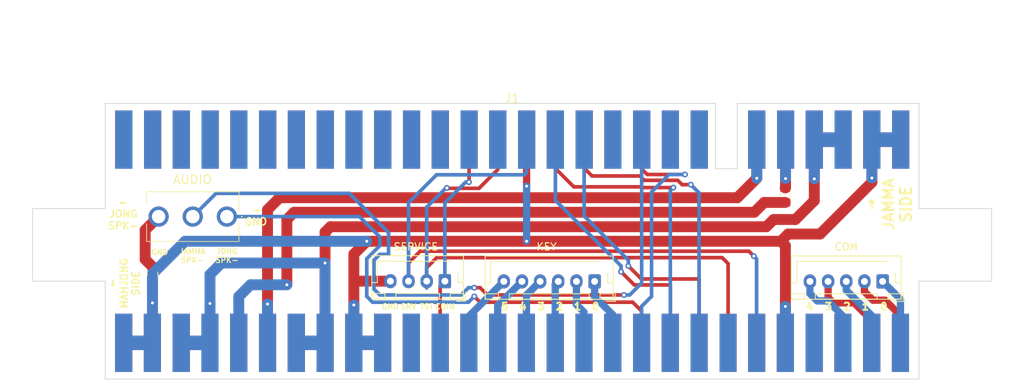
<source format=kicad_pcb>
(kicad_pcb (version 20211014) (generator pcbnew)
  (layers (0 "F.Cu" signal) (31 "B.Cu" signal) (34 "B.Paste" user) (35 "F.Paste" user) (36 "B.SilkS" user "B.Silkscreen") (37 "F.SilkS" user "F.Silkscreen") (38 "B.Mask" user) (39 "F.Mask" user) (44 "Edge.Cuts" user))
  (net 0 "")
  (net 1 "GND")
  (net 2 "5V")
  (net 3 "-5V")
  (net 4 "12V")
  (net 7 "SPK+")
  (net 9 "RED")
  (net 10 "BLUE")
  (net 11 "TEST")
  (net 12 "COIN")
  (net 25 "JAMMA_SPK-")
  (net 27 "GREEN")
  (net 28 "SYNC")
  (net 29 "SERVICE")
  (net 42 "COM1-2")
  (net 43 "COM3-10")
  (net 47 "JONG_SPK-")
  (net 56 "COM0-3")
  (net 57 "COM2-6")
  (net 58 "COM4-7")
  (net 61 "KEY0-4")
  (net 62 "KEY1-5")
  (net 63 "KEY2-8")
  (net 64 "KEY3-9")
  (net 65 "KEY4-11")
  (net 66 "KEY5-1")
  (net 69 "-5V_M")
  (net 74 "Net-(JMP2-Pad1)")
  (footprint "Connector_JST:JST_XH_B4B-XH-AM_1x04_P2.50mm_Vertical" (layer "F.Cu") (at 111.75 67.5 180)
    (fp_text reference "SERVICE" (at 4 4.75) (layer "F.SilkS"))
    (fp_text value "Conn_01x04")
    (pad "" np_thru_hole circle (at -1.6 2 180) (size 1.2 1.2) (drill 1.2) (layers *.Cu *.Mask))
    (pad "1" thru_hole roundrect (at 0 0 180) (size 1.7 1.95) (drill 0.95) (layers *.Cu *.Mask) (roundrect_rratio 0.1470588235) (net 12 "COIN"))
    (pad "2" thru_hole oval (at 2.5 0 180) (size 1.7 1.95) (drill 0.95) (layers *.Cu *.Mask) (net 11 "TEST"))
    (pad "3" thru_hole oval (at 5 0 180) (size 1.7 1.95) (drill 0.95) (layers *.Cu *.Mask) (net 29 "SERVICE"))
    (pad "4" thru_hole oval (at 7.5 0 180) (size 1.7 1.95) (drill 0.95) (layers *.Cu *.Mask) (net 1 "GND"))
  )
  (footprint "jamma:MAHJONG-56" (layer "F.Cu") (at 120 57 180)
    (fp_text reference "AUDIO" (at 43 3.5) (layer "F.SilkS") (effects (font (size 1.2 1.2))))
    (fp_text value "Mahjong_Connector")
    (pad "1" smd rect (at -54.46 -19 180) (size 2.35 8) (layers "F.Cu" "F.Paste" "F.Mask") (net 42 "COM1-2"))
    (pad "1" smd rect (at -54.46 -19 180) (size 2.35 8) (layers "F.Cu" "F.Paste" "F.Mask") (net 42 "COM1-2"))
    (pad "2" smd rect (at -50.5 -19 180) (size 2.35 8) (layers "F.Cu" "F.Paste" "F.Mask") (net 43 "COM3-10"))
    (pad "2" smd rect (at -50.5 -19 180) (size 2.35 8) (layers "F.Cu" "F.Paste" "F.Mask") (net 43 "COM3-10"))
    (pad "3" smd rect (at -46.54 -19 180) (size 2.35 8) (layers "F.Cu" "F.Paste" "F.Mask"))
    (pad "3" smd rect (at -46.54 -19 180) (size 2.35 8) (layers "F.Cu" "F.Paste" "F.Mask"))
    (pad "4" smd rect (at -42.58 -19 180) (size 2.35 8) (layers "F.Cu" "F.Paste" "F.Mask"))
    (pad "4" smd rect (at -42.58 -19 180) (size 2.35 8) (layers "F.Cu" "F.Paste" "F.Mask"))
    (pad "5" smd rect (at -38.62 -19 180) (size 2.35 8) (layers "F.Cu" "F.Paste" "F.Mask") (net 1 "GND"))
    (pad "5" smd rect (at -38.62 -19 180) (size 2.35 8) (layers "F.Cu" "F.Paste" "F.Mask") (net 1 "GND"))
    (pad "6" smd rect (at -34.66 -19 180) (size 2.35 8) (layers "F.Cu" "F.Paste" "F.Mask"))
    (pad "6" smd rect (at -34.66 -19 180) (size 2.35 8) (layers "F.Cu" "F.Paste" "F.Mask"))
    (pad "7" smd rect (at -30.73316 -19.00254 180) (size 2.35 8) (layers "F.Cu" "F.Paste" "F.Mask") (net 11 "TEST"))
    (pad "8" smd rect (at -26.74 -19 180) (size 2.35 8) (layers "F.Cu" "F.Paste" "F.Mask") (net 27 "GREEN"))
    (pad "8" smd rect (at -26.74 -19 180) (size 2.35 8) (layers "F.Cu" "F.Paste" "F.Mask") (net 27 "GREEN"))
    (pad "9" smd rect (at -22.78 -19 180) (size 2.35 8) (layers "F.Cu" "F.Paste" "F.Mask") (net 28 "SYNC"))
    (pad "9" smd rect (at -22.78 -19 180) (size 2.35 8) (layers "F.Cu" "F.Paste" "F.Mask") (net 28 "SYNC"))
    (pad "10" smd rect (at -18.82 -19 180) (size 2.35 8) (layers "F.Cu" "F.Paste" "F.Mask") (net 47 "JONG_SPK-"))
    (pad "10" smd rect (at -18.82 -19 180) (size 2.35 8) (layers "F.Cu" "F.Paste" "F.Mask") (net 47 "JONG_SPK-"))
    (pad "11" smd rect (at -14.86 -19 180) (size 2.35 8) (layers "F.Cu" "F.Paste" "F.Mask"))
    (pad "11" smd rect (at -14.86 -19 180) (size 2.35 8) (layers "F.Cu" "F.Paste" "F.Mask"))
    (pad "12" smd rect (at -10.9 -19 180) (size 2.35 8) (layers "F.Cu" "F.Paste" "F.Mask"))
    (pad "12" smd rect (at -10.9 -19 180) (size 2.35 8) (layers "F.Cu" "F.Paste" "F.Mask"))
    (pad "13" smd rect (at -6.94 -19 180) (size 2.35 8) (layers "F.Cu" "F.Paste" "F.Mask"))
    (pad "13" smd rect (at -6.94 -19 180) (size 2.35 8) (layers "F.Cu" "F.Paste" "F.Mask"))
    (pad "14" smd rect (at -2.98 -19 180) (size 2.35 8) (layers "F.Cu" "F.Paste" "F.Mask"))
    (pad "14" smd rect (at -2.98 -19 180) (size 2.35 8) (layers "F.Cu" "F.Paste" "F.Mask"))
    (pad "15" smd rect (at 0.98 -19 180) (size 2.35 8) (layers "F.Cu" "F.Paste" "F.Mask"))
    (pad "15" smd rect (at 0.98 -19 180) (size 2.35 8) (layers "F.Cu" "F.Paste" "F.Mask"))
    (pad "16" smd rect (at 4.94 -19 180) (size 2.35 8) (layers "F.Cu" "F.Paste" "F.Mask"))
    (pad "16" smd rect (at 4.94 -19 180) (size 2.35 8) (layers "F.Cu" "F.Paste" "F.Mask"))
    (pad "17" smd rect (at 8.9 -19 180) (size 2.35 8) (layers "F.Cu" "F.Paste" "F.Mask") (net 12 "COIN"))
    (pad "17" smd rect (at 8.9 -19 180) (size 2.35 8) (layers "F.Cu" "F.Paste" "F.Mask") (net 12 "COIN"))
    (pad "18" smd rect (at 12.86 -19 180) (size 2.35 8) (layers "F.Cu" "F.Paste" "F.Mask"))
    (pad "18" smd rect (at 12.86 -19 180) (size 2.35 8) (layers "F.Cu" "F.Paste" "F.Mask"))
    (pad "19" smd rect (at 16.82 -19 180) (size 2.35 8) (layers "F.Cu" "F.Paste" "F.Mask") (net 1 "GND"))
    (pad "19" smd rect (at 16.82 -19 180) (size 2.35 8) (layers "F.Cu" "F.Paste" "F.Mask") (net 1 "GND"))
    (pad "20" smd rect (at 20.78 -19 180) (size 2.35 8) (layers "F.Cu" "F.Paste" "F.Mask") (net 1 "GND"))
    (pad "20" smd rect (at 20.78 -19 180) (size 2.35 8) (layers "F.Cu" "F.Paste" "F.Mask") (net 1 "GND"))
    (pad "21" smd rect (at 24.74 -19 180) (size 2.35 8) (layers "F.Cu" "F.Paste" "F.Mask") (net 2 "5V"))
    (pad "21" smd rect (at 24.74 -19 180) (size 2.35 8) (layers "F.Cu" "F.Paste" "F.Mask") (net 2 "5V"))
    (pad "22" smd rect (at 28.7 -19 180) (size 2.35 8) (layers "F.Cu" "F.Paste" "F.Mask") (net 2 "5V"))
    (pad "22" smd rect (at 28.7 -19 180) (size 2.35 8) (layers "F.Cu" "F.Paste" "F.Mask") (net 2 "5V"))
    (pad "23" smd rect (at 32.66 -19 180) (size 2.35 8) (layers "F.Cu" "F.Paste" "F.Mask") (net 4 "12V"))
    (pad "23" smd rect (at 32.66 -19 180) (size 2.35 8) (layers "F.Cu" "F.Paste" "F.Mask") (net 4 "12V"))
    (pad "24" smd rect (at 36.62 -19 180) (size 2.35 8) (layers "F.Cu" "F.Paste" "F.Mask"))
    (pad "24" smd rect (at 36.62 -19 180) (size 2.35 8) (layers "F.Cu" "F.Paste" "F.Mask"))
    (pad "25" smd rect (at 40.58 -19 180) (size 2.35 8) (layers "F.Cu" "F.Paste" "F.Mask") (net 2 "5V"))
    (pad "25" smd rect (at 40.58 -19 180) (size 2.35 8) (layers "F.Cu" "F.Paste" "F.Mask") (net 2 "5V"))
    (pad "26" smd rect (at 44.54 -19 180) (size 2.35 8) (layers "F.Cu" "F.Paste" "F.Mask") (net 2 "5V"))
    (pad "26" smd rect (at 44.54 -19 180) (size 2.35 8) (layers "F.Cu" "F.Paste" "F.Mask") (net 2 "5V"))
    (pad "27" smd rect (at 48.5 -19 180) (size 2.35 8) (layers "F.Cu" "F.Paste" "F.Mask") (net 1 "GND"))
    (pad "27" smd rect (at 48.5 -19 180) (size 2.35 8) (layers "F.Cu" "F.Paste" "F.Mask") (net 1 "GND"))
    (pad "28" smd rect (at 52.46 -19 180) (size 2.35 8) (layers "F.Cu" "F.Paste" "F.Mask") (net 1 "GND"))
    (pad "28" smd rect (at 52.46 -19 180) (size 2.35 8) (layers "F.Cu" "F.Paste" "F.Mask") (net 1 "GND"))
    (pad "A" smd rect (at -54.46 -19 180) (size 2.35 8) (layers "B.Cu" "F.Paste" "F.Mask") (net 56 "COM0-3"))
    (pad "A" smd rect (at -54.46 -19 180) (size 2.35 8) (layers "B.Cu" "F.Paste" "F.Mask") (net 56 "COM0-3"))
    (pad "B" smd rect (at -50.5 -19 180) (size 2.35 8) (layers "B.Cu" "F.Paste" "F.Mask") (net 57 "COM2-6"))
    (pad "B" smd rect (at -50.5 -19 180) (size 2.35 8) (layers "B.Cu" "F.Paste" "F.Mask") (net 57 "COM2-6"))
    (pad "C" smd rect (at -46.54 -19 180) (size 2.35 8) (layers "B.Cu" "F.Paste" "F.Mask") (net 58 "COM4-7"))
    (pad "C" smd rect (at -46.54 -19 180) (size 2.35 8) (layers "B.Cu" "F.Paste" "F.Mask") (net 58 "COM4-7"))
    (pad "D" smd rect (at -42.58 -19 180) (size 2.35 8) (layers "B.Cu" "F.Paste" "F.Mask"))
    (pad "D" smd rect (at -42.58 -19 180) (size 2.35 8) (layers "B.Cu" "F.Paste" "F.Mask"))
    (pad "E" smd rect (at -38.62 -19 180) (size 2.35 8) (layers "B.Cu" "F.Paste" "F.Mask") (net 1 "GND"))
    (pad "E" smd rect (at -38.62 -19 180) (size 2.35 8) (layers "B.Cu" "F.Paste" "F.Mask") (net 1 "GND"))
    (pad "F" smd rect (at -34.66 -19 180) (size 2.35 8) (layers "B.Cu" "F.Paste" "F.Mask") (net 29 "SERVICE"))
    (pad "F" smd rect (at -34.66 -19 180) (size 2.35 8) (layers "B.Cu" "F.Paste" "F.Mask") (net 29 "SERVICE"))
    (pad "H" smd rect (at -30.73316 -19.00254 180) (size 2.35 8) (layers "B.Cu" "F.Paste" "F.Mask"))
    (pad "J" smd rect (at -26.74 -19 180) (size 2.35 8) (layers "B.Cu" "F.Paste" "F.Mask") (net 9 "RED"))
    (pad "J" smd rect (at -26.74 -19 180) (size 2.35 8) (layers "B.Cu" "F.Paste" "F.Mask") (net 9 "RED"))
    (pad "K" smd rect (at -22.78 -19 180) (size 2.35 8) (layers "B.Cu" "F.Paste" "F.Mask") (net 10 "BLUE"))
    (pad "K" smd rect (at -22.78 -19 180) (size 2.35 8) (layers "B.Cu" "F.Paste" "F.Mask") (net 10 "BLUE"))
    (pad "L" smd rect (at -18.82 -19 180) (size 2.35 8) (layers "B.Cu" "F.Paste" "F.Mask") (net 7 "SPK+"))
    (pad "L" smd rect (at -18.82 -19 180) (size 2.35 8) (layers "B.Cu" "F.Paste" "F.Mask") (net 7 "SPK+"))
    (pad "M" smd rect (at -14.86 -19 180) (size 2.35 8) (layers "B.Cu" "F.Paste" "F.Mask") (net 61 "KEY0-4"))
    (pad "M" smd rect (at -14.86 -19 180) (size 2.35 8) (layers "B.Cu" "F.Paste" "F.Mask") (net 61 "KEY0-4"))
    (pad "N" smd rect (at -10.9 -19 180) (size 2.35 8) (layers "B.Cu" "F.Paste" "F.Mask") (net 62 "KEY1-5"))
    (pad "N" smd rect (at -10.9 -19 180) (size 2.35 8) (layers "B.Cu" "F.Paste" "F.Mask") (net 62 "KEY1-5"))
    (pad "P" smd rect (at -6.94 -19 180) (size 2.35 8) (layers "B.Cu" "F.Paste" "F.Mask") (net 63 "KEY2-8"))
    (pad "P" smd rect (at -6.94 -19 180) (size 2.35 8) (layers "B.Cu" "F.Paste" "F.Mask") (net 63 "KEY2-8"))
    (pad "R" smd rect (at -2.98 -19 180) (size 2.35 8) (layers "B.Cu" "F.Paste" "F.Mask") (net 64 "KEY3-9"))
    (pad "R" smd rect (at -2.98 -19 180) (size 2.35 8) (layers "B.Cu" "F.Paste" "F.Mask") (net 64 "KEY3-9"))
    (pad "S" smd rect (at 0.98 -19 180) (size 2.35 8) (layers "B.Cu" "F.Paste" "F.Mask") (net 65 "KEY4-11"))
    (pad "S" smd rect (at 0.98 -19 180) (size 2.35 8) (layers "B.Cu" "F.Paste" "F.Mask") (net 65 "KEY4-11"))
    (pad "T" smd rect (at 4.94 -19 180) (size 2.35 8) (layers "B.Cu" "F.Paste" "F.Mask") (net 66 "KEY5-1"))
    (pad "T" smd rect (at 4.94 -19 180) (size 2.35 8) (layers "B.Cu" "F.Paste" "F.Mask") (net 66 "KEY5-1"))
    (pad "U" smd rect (at 8.9 -19 180) (size 2.35 8) (layers "B.Cu" "F.Paste" "F.Mask"))
    (pad "U" smd rect (at 8.9 -19 180) (size 2.35 8) (layers "B.Cu" "F.Paste" "F.Mask"))
    (pad "V" smd rect (at 12.86 -19 180) (size 2.35 8) (layers "B.Cu" "F.Paste" "F.Mask"))
    (pad "V" smd rect (at 12.86 -19 180) (size 2.35 8) (layers "B.Cu" "F.Paste" "F.Mask"))
    (pad "W" smd rect (at 16.82 -19 180) (size 2.35 8) (layers "B.Cu" "F.Paste" "F.Mask") (net 1 "GND"))
    (pad "W" smd rect (at 16.82 -19 180) (size 2.35 8) (layers "B.Cu" "F.Paste" "F.Mask") (net 1 "GND"))
    (pad "X" smd rect (at 20.78 -19 180) (size 2.35 8) (layers "B.Cu" "F.Paste" "F.Mask") (net 1 "GND"))
    (pad "X" smd rect (at 20.78 -19 180) (size 2.35 8) (layers "B.Cu" "F.Paste" "F.Mask") (net 1 "GND"))
    (pad "Y" smd rect (at 24.74 -19 180) (size 2.35 8) (layers "B.Cu" "F.Paste" "F.Mask") (net 2 "5V"))
    (pad "Y" smd rect (at 24.74 -19 180) (size 2.35 8) (layers "B.Cu" "F.Paste" "F.Mask") (net 2 "5V"))
    (pad "Z" smd rect (at 28.7 -19 180) (size 2.35 8) (layers "B.Cu" "F.Paste" "F.Mask") (net 2 "5V"))
    (pad "Z" smd rect (at 28.7 -19 180) (size 2.35 8) (layers "B.Cu" "F.Paste" "F.Mask") (net 2 "5V"))
    (pad "a" smd rect (at 32.66 -19 180) (size 2.35 8) (layers "B.Cu" "F.Paste" "F.Mask") (net 4 "12V"))
    (pad "a" smd rect (at 32.66 -19 180) (size 2.35 8) (layers "B.Cu" "F.Paste" "F.Mask") (net 4 "12V"))
    (pad "b" smd rect (at 36.62 -19 180) (size 2.35 8) (layers "B.Cu" "F.Paste" "F.Mask") (net 69 "-5V_M"))
    (pad "b" smd rect (at 36.62 -19 180) (size 2.35 8) (layers "B.Cu" "F.Paste" "F.Mask") (net 69 "-5V_M"))
    (pad "c" smd rect (at 40.58 -19 180) (size 2.35 8) (layers "B.Cu" "F.Paste" "F.Mask") (net 2 "5V"))
    (pad "c" smd rect (at 40.58 -19 180) (size 2.35 8) (layers "B.Cu" "F.Paste" "F.Mask") (net 2 "5V"))
    (pad "d" smd rect (at 44.54 -19 180) (size 2.35 8) (layers "B.Cu" "F.Paste" "F.Mask") (net 2 "5V"))
    (pad "d" smd rect (at 44.54 -19 180) (size 2.35 8) (layers "B.Cu" "F.Paste" "F.Mask") (net 2 "5V"))
    (pad "e" smd rect (at 48.5 -19 180) (size 2.35 8) (layers "B.Cu" "F.Paste" "F.Mask") (net 1 "GND"))
    (pad "e" smd rect (at 48.5 -19 180) (size 2.35 8) (layers "B.Cu" "F.Paste" "F.Mask") (net 1 "GND"))
    (pad "f" smd rect (at 52.46 -19 180) (size 2.35 8) (layers "B.Cu" "F.Paste" "F.Mask") (net 1 "GND"))
    (pad "f" smd rect (at 52.46 -19 180) (size 2.35 8) (layers "B.Cu" "F.Paste" "F.Mask") (net 1 "GND"))
  )
  (footprint "MountingHole:MountingHole_3.2mm_M3" (layer "F.Cu") (at 182 62.5 180)
    (fp_text reference "REF**" hide)
    (fp_text value "MountingHole_3.2mm_M3")
    (pad "" np_thru_hole circle (at 0 0 180) (size 3.2 3.2) (drill 3.2) (layers *.Cu *.Mask))
  )
  (footprint "MountingHole:MountingHole_3.2mm_M3" (layer "F.Cu") (at 60 62.5)
    (fp_text reference "REF**" hide)
    (fp_text value "MountingHole_3.2mm_M3")
    (pad "" np_thru_hole circle (at 0 0) (size 3.2 3.2) (drill 3.2) (layers *.Cu *.Mask))
  )
  (footprint "Connector_JST:JST_XH_B5B-XH-AM_1x05_P2.50mm_Vertical" (layer "F.Cu") (at 172 67.535 180)
    (fp_text reference "COM" (at 5 4.785) (layer "F.SilkS"))
    (fp_text value "Conn_01x05")
    (pad "" np_thru_hole circle (at -1.6 2 180) (size 1.2 1.2) (drill 1.2) (layers *.Cu *.Mask))
    (pad "1" thru_hole roundrect (at 0 0 180) (size 1.7 1.95) (drill 0.95) (layers *.Cu *.Mask) (roundrect_rratio 0.1470588235) (net 56 "COM0-3"))
    (pad "2" thru_hole oval (at 2.5 0 180) (size 1.7 1.95) (drill 0.95) (layers *.Cu *.Mask) (net 42 "COM1-2"))
    (pad "3" thru_hole oval (at 5 0 180) (size 1.7 1.95) (drill 0.95) (layers *.Cu *.Mask) (net 57 "COM2-6"))
    (pad "4" thru_hole oval (at 7.5 0 180) (size 1.7 1.95) (drill 0.95) (layers *.Cu *.Mask) (net 43 "COM3-10"))
    (pad "5" thru_hole oval (at 10 0 180) (size 1.7 1.95) (drill 0.95) (layers *.Cu *.Mask) (net 58 "COM4-7"))
  )
  (footprint "Resistor_SMD:R_0805_2012Metric_Pad1.20x1.40mm_HandSolder" (layer "F.Cu") (at 71.5 66.5 -90)
    (fp_text reference "JMP2" hide)
    (fp_text value "SolderJumper_2_Open")
    (pad "1" smd roundrect (at -1 0 270) (size 1.2 1.4) (layers "F.Cu" "F.Paste" "F.Mask") (roundrect_rratio 0.2083333333) (net 74 "Net-(JMP2-Pad1)"))
    (pad "2" smd roundrect (at 1 0 270) (size 1.2 1.4) (layers "F.Cu" "F.Paste" "F.Mask") (roundrect_rratio 0.2083333333) (net 1 "GND"))
  )
  (footprint "SPDT:A101SYCQ04" (layer "F.Cu") (at 81.75 58.6 -90)
    (fp_text reference "SW1" hide)
    (fp_text value "SW_SPDT" hide)
    (pad "1" thru_hole circle locked (at 0 0 270) (size 2.781 2.781) (drill 1.8542) (layers *.Cu *.Mask) (net 47 "JONG_SPK-"))
    (pad "2" thru_hole circle locked (at 0 4.7 270) (size 2.781 2.781) (drill 1.8542) (layers *.Cu *.Mask) (net 25 "JAMMA_SPK-"))
    (pad "3" thru_hole circle locked (at 0 9.4 270) (size 2.781 2.781) (drill 1.8542) (layers *.Cu *.Mask) (net 74 "Net-(JMP2-Pad1)"))
  )
  (footprint "Connector_JST:JST_XH_B6B-XH-AM_1x06_P2.50mm_Vertical" (layer "F.Cu") (at 132.36 67.535 180)
    (fp_text reference "KEY" (at 6.61 4.785) (layer "F.SilkS"))
    (fp_text value "Conn_01x06")
    (pad "" np_thru_hole circle (at -1.6 2 180) (size 1.2 1.2) (drill 1.2) (layers *.Cu *.Mask))
    (pad "1" thru_hole roundrect (at 0 0 180) (size 1.7 1.95) (drill 0.95) (layers *.Cu *.Mask) (roundrect_rratio 0.1470588235) (net 61 "KEY0-4"))
    (pad "2" thru_hole oval (at 2.5 0 180) (size 1.7 1.95) (drill 0.95) (layers *.Cu *.Mask) (net 62 "KEY1-5"))
    (pad "3" thru_hole oval (at 5 0 180) (size 1.7 1.95) (drill 0.95) (layers *.Cu *.Mask) (net 63 "KEY2-8"))
    (pad "4" thru_hole oval (at 7.5 0 180) (size 1.7 1.95) (drill 0.95) (layers *.Cu *.Mask) (net 64 "KEY3-9"))
    (pad "5" thru_hole oval (at 10 0 180) (size 1.7 1.95) (drill 0.95) (layers *.Cu *.Mask) (net 65 "KEY4-11"))
    (pad "6" thru_hole oval (at 12.5 0 180) (size 1.7 1.95) (drill 0.95) (layers *.Cu *.Mask) (net 66 "KEY5-1"))
  )
  (footprint "Resistor_SMD:R_0805_2012Metric_Pad1.20x1.40mm_HandSolder" (layer "F.Cu") (at 158.6 55.65 90)
    (fp_text reference "JMP1" hide)
    (fp_text value "SolderJumper_2_Open")
    (pad "1" smd roundrect (at -1 0 90) (size 1.2 1.4) (layers "F.Cu" "F.Paste" "F.Mask") (roundrect_rratio 0.2083333333) (net 69 "-5V_M"))
    (pad "2" smd roundrect (at 1 0 90) (size 1.2 1.4) (layers "F.Cu" "F.Paste" "F.Mask") (roundrect_rratio 0.2083333333) (net 3 "-5V"))
  )
  (footprint "jamma:JAMMA-56" (layer "F.Cu") (at 120.02 29 180)
    (fp_text reference "J1" (at -1 -13.3) (layer "F.SilkS") (effects (font (size 1.2 1.2))))
    (fp_text value "Jamma_Connector")
    (pad "1" smd rect (at -54.46 -19 180) (size 2.35 8) (layers "F.Cu" "F.Paste" "F.Mask") (net 1 "GND"))
    (pad "1" smd rect (at -54.46 -19 180) (size 2.35 8) (layers "F.Cu" "F.Paste" "F.Mask") (net 1 "GND"))
    (pad "2" smd rect (at -50.5 -19 180) (size 2.35 8) (layers "F.Cu" "F.Paste" "F.Mask") (net 1 "GND"))
    (pad "2" smd rect (at -50.5 -19 180) (size 2.35 8) (layers "F.Cu" "F.Paste" "F.Mask") (net 1 "GND"))
    (pad "3" smd rect (at -46.54 -19 180) (size 2.35 8) (layers "F.Cu" "F.Paste" "F.Mask") (net 2 "5V"))
    (pad "3" smd rect (at -46.54 -19 180) (size 2.35 8) (layers "F.Cu" "F.Paste" "F.Mask") (net 2 "5V"))
    (pad "4" smd rect (at -42.58 -19 180) (size 2.35 8) (layers "F.Cu" "F.Paste" "F.Mask") (net 2 "5V"))
    (pad "4" smd rect (at -42.58 -19 180) (size 2.35 8) (layers "F.Cu" "F.Paste" "F.Mask") (net 2 "5V"))
    (pad "5" smd rect (at -38.62 -19 180) (size 2.35 8) (layers "F.Cu" "F.Paste" "F.Mask") (net 3 "-5V"))
    (pad "5" smd rect (at -38.62 -19 180) (size 2.35 8) (layers "F.Cu" "F.Paste" "F.Mask") (net 3 "-5V"))
    (pad "6" smd rect (at -34.66 -19 180) (size 2.35 8) (layers "F.Cu" "F.Paste" "F.Mask") (net 4 "12V"))
    (pad "6" smd rect (at -34.66 -19 180) (size 2.35 8) (layers "F.Cu" "F.Paste" "F.Mask") (net 4 "12V"))
    (pad "8" smd rect (at -26.74 -19 180) (size 2.35 8) (layers "F.Cu" "F.Paste" "F.Mask"))
    (pad "8" smd rect (at -26.74 -19 180) (size 2.35 8) (layers "F.Cu" "F.Paste" "F.Mask"))
    (pad "9" smd rect (at -22.78 -19 180) (size 2.35 8) (layers "F.Cu" "F.Paste" "F.Mask"))
    (pad "9" smd rect (at -22.78 -19 180) (size 2.35 8) (layers "F.Cu" "F.Paste" "F.Mask"))
    (pad "10" smd rect (at -18.82 -19 180) (size 2.35 8) (layers "F.Cu" "F.Paste" "F.Mask") (net 7 "SPK+"))
    (pad "10" smd rect (at -18.82 -19 180) (size 2.35 8) (layers "F.Cu" "F.Paste" "F.Mask") (net 7 "SPK+"))
    (pad "11" smd rect (at -14.86 -19 180) (size 2.35 8) (layers "F.Cu" "F.Paste" "F.Mask"))
    (pad "11" smd rect (at -14.86 -19 180) (size 2.35 8) (layers "F.Cu" "F.Paste" "F.Mask"))
    (pad "12" smd rect (at -10.9 -19 180) (size 2.35 8) (layers "F.Cu" "F.Paste" "F.Mask") (net 9 "RED"))
    (pad "12" smd rect (at -10.9 -19 180) (size 2.35 8) (layers "F.Cu" "F.Paste" "F.Mask") (net 9 "RED"))
    (pad "13" smd rect (at -6.94 -19 180) (size 2.35 8) (layers "F.Cu" "F.Paste" "F.Mask") (net 10 "BLUE"))
    (pad "13" smd rect (at -6.94 -19 180) (size 2.35 8) (layers "F.Cu" "F.Paste" "F.Mask") (net 10 "BLUE"))
    (pad "14" smd rect (at -2.98 -19 180) (size 2.35 8) (layers "F.Cu" "F.Paste" "F.Mask") (net 1 "GND"))
    (pad "14" smd rect (at -2.98 -19 180) (size 2.35 8) (layers "F.Cu" "F.Paste" "F.Mask") (net 1 "GND"))
    (pad "15" smd rect (at 0.98 -19 180) (size 2.35 8) (layers "F.Cu" "F.Paste" "F.Mask") (net 11 "TEST"))
    (pad "15" smd rect (at 0.98 -19 180) (size 2.35 8) (layers "F.Cu" "F.Paste" "F.Mask") (net 11 "TEST"))
    (pad "16" smd rect (at 4.94 -19 180) (size 2.35 8) (layers "F.Cu" "F.Paste" "F.Mask") (net 12 "COIN"))
    (pad "16" smd rect (at 4.94 -19 180) (size 2.35 8) (layers "F.Cu" "F.Paste" "F.Mask") (net 12 "COIN"))
    (pad "17" smd rect (at 8.9 -19 180) (size 2.35 8) (layers "F.Cu" "F.Paste" "F.Mask"))
    (pad "17" smd rect (at 8.9 -19 180) (size 2.35 8) (layers "F.Cu" "F.Paste" "F.Mask"))
    (pad "18" smd rect (at 12.86 -19 180) (size 2.35 8) (layers "F.Cu" "F.Paste" "F.Mask"))
    (pad "18" smd rect (at 12.86 -19 180) (size 2.35 8) (layers "F.Cu" "F.Paste" "F.Mask"))
    (pad "19" smd rect (at 16.82 -19 180) (size 2.35 8) (layers "F.Cu" "F.Paste" "F.Mask"))
    (pad "19" smd rect (at 16.82 -19 180) (size 2.35 8) (layers "F.Cu" "F.Paste" "F.Mask"))
    (pad "20" smd rect (at 20.78 -19 180) (size 2.35 8) (layers "F.Cu" "F.Paste" "F.Mask"))
    (pad "20" smd rect (at 20.78 -19 180) (size 2.35 8) (layers "F.Cu" "F.Paste" "F.Mask"))
    (pad "21" smd rect (at 24.74 -19 180) (size 2.35 8) (layers "F.Cu" "F.Paste" "F.Mask"))
    (pad "21" smd rect (at 24.74 -19 180) (size 2.35 8) (layers "F.Cu" "F.Paste" "F.Mask"))
    (pad "22" smd rect (at 28.7 -19 180) (size 2.35 8) (layers "F.Cu" "F.Paste" "F.Mask"))
    (pad "22" smd rect (at 28.7 -19 180) (size 2.35 8) (layers "F.Cu" "F.Paste" "F.Mask"))
    (pad "23" smd rect (at 32.66 -19 180) (size 2.35 8) (layers "F.Cu" "F.Paste" "F.Mask"))
    (pad "23" smd rect (at 32.66 -19 180) (size 2.35 8) (layers "F.Cu" "F.Paste" "F.Mask"))
    (pad "24" smd rect (at 36.62 -19 180) (size 2.35 8) (layers "F.Cu" "F.Paste" "F.Mask"))
    (pad "24" smd rect (at 36.62 -19 180) (size 2.35 8) (layers "F.Cu" "F.Paste" "F.Mask"))
    (pad "25" smd rect (at 40.58 -19 180) (size 2.35 8) (layers "F.Cu" "F.Paste" "F.Mask"))
    (pad "25" smd rect (at 40.58 -19 180) (size 2.35 8) (layers "F.Cu" "F.Paste" "F.Mask"))
    (pad "26" smd rect (at 44.54 -19 180) (size 2.35 8) (layers "F.Cu" "F.Paste" "F.Mask"))
    (pad "26" smd rect (at 44.54 -19 180) (size 2.35 8) (layers "F.Cu" "F.Paste" "F.Mask"))
    (pad "27" smd rect (at 48.5 -19 180) (size 2.35 8) (layers "F.Cu" "F.Paste" "F.Mask"))
    (pad "27" smd rect (at 48.5 -19 180) (size 2.35 8) (layers "F.Cu" "F.Paste" "F.Mask"))
    (pad "28" smd rect (at 52.46 -19 180) (size 2.35 8) (layers "F.Cu" "F.Paste" "F.Mask"))
    (pad "28" smd rect (at 52.46 -19 180) (size 2.35 8) (layers "F.Cu" "F.Paste" "F.Mask"))
    (pad "A" smd rect (at -54.46 -19 180) (size 2.35 8) (layers "B.Cu" "F.Paste" "F.Mask") (net 1 "GND"))
    (pad "A" smd rect (at -54.46 -19 180) (size 2.35 8) (layers "B.Cu" "F.Paste" "F.Mask") (net 1 "GND"))
    (pad "B" smd rect (at -50.5 -19 180) (size 2.35 8) (layers "B.Cu" "F.Paste" "F.Mask") (net 1 "GND"))
    (pad "B" smd rect (at -50.5 -19 180) (size 2.35 8) (layers "B.Cu" "F.Paste" "F.Mask") (net 1 "GND"))
    (pad "C" smd rect (at -46.54 -19 180) (size 2.35 8) (layers "B.Cu" "F.Paste" "F.Mask") (net 2 "5V"))
    (pad "C" smd rect (at -46.54 -19 180) (size 2.35 8) (layers "B.Cu" "F.Paste" "F.Mask") (net 2 "5V"))
    (pad "D" smd rect (at -42.58 -19 180) (size 2.35 8) (layers "B.Cu" "F.Paste" "F.Mask") (net 2 "5V"))
    (pad "D" smd rect (at -42.58 -19 180) (size 2.35 8) (layers "B.Cu" "F.Paste" "F.Mask") (net 2 "5V"))
    (pad "E" smd rect (at -38.62 -19 180) (size 2.35 8) (layers "B.Cu" "F.Paste" "F.Mask") (net 3 "-5V"))
    (pad "E" smd rect (at -38.62 -19 180) (size 2.35 8) (layers "B.Cu" "F.Paste" "F.Mask") (net 3 "-5V"))
    (pad "F" smd rect (at -34.66 -19 180) (size 2.35 8) (layers "B.Cu" "F.Paste" "F.Mask") (net 4 "12V"))
    (pad "F" smd rect (at -34.66 -19 180) (size 2.35 8) (layers "B.Cu" "F.Paste" "F.Mask") (net 4 "12V"))
    (pad "J" smd rect (at -26.74 -19 180) (size 2.35 8) (layers "B.Cu" "F.Paste" "F.Mask"))
    (pad "J" smd rect (at -26.74 -19 180) (size 2.35 8) (layers "B.Cu" "F.Paste" "F.Mask"))
    (pad "K" smd rect (at -22.78 -19 180) (size 2.35 8) (layers "B.Cu" "F.Paste" "F.Mask"))
    (pad "K" smd rect (at -22.78 -19 180) (size 2.35 8) (layers "B.Cu" "F.Paste" "F.Mask"))
    (pad "L" smd rect (at -18.82 -19 180) (size 2.35 8) (layers "B.Cu" "F.Paste" "F.Mask") (net 25 "JAMMA_SPK-"))
    (pad "L" smd rect (at -18.82 -19 180) (size 2.35 8) (layers "B.Cu" "F.Paste" "F.Mask") (net 25 "JAMMA_SPK-"))
    (pad "M" smd rect (at -14.86 -19 180) (size 2.35 8) (layers "B.Cu" "F.Paste" "F.Mask"))
    (pad "M" smd rect (at -14.86 -19 180) (size 2.35 8) (layers "B.Cu" "F.Paste" "F.Mask"))
    (pad "N" smd rect (at -10.9 -19 180) (size 2.35 8) (layers "B.Cu" "F.Paste" "F.Mask") (net 27 "GREEN"))
    (pad "N" smd rect (at -10.9 -19 180) (size 2.35 8) (layers "B.Cu" "F.Paste" "F.Mask") (net 27 "GREEN"))
    (pad "P" smd rect (at -6.94 -19 180) (size 2.35 8) (layers "B.Cu" "F.Paste" "F.Mask") (net 28 "SYNC"))
    (pad "P" smd rect (at -6.94 -19 180) (size 2.35 8) (layers "B.Cu" "F.Paste" "F.Mask") (net 28 "SYNC"))
    (pad "R" smd rect (at -2.98 -19 180) (size 2.35 8) (layers "B.Cu" "F.Paste" "F.Mask") (net 29 "SERVICE"))
    (pad "R" smd rect (at -2.98 -19 180) (size 2.35 8) (layers "B.Cu" "F.Paste" "F.Mask") (net 29 "SERVICE"))
    (pad "S" smd rect (at 0.98 -19 180) (size 2.35 8) (layers "B.Cu" "F.Paste" "F.Mask"))
    (pad "S" smd rect (at 0.98 -19 180) (size 2.35 8) (layers "B.Cu" "F.Paste" "F.Mask"))
    (pad "T" smd rect (at 4.94 -19 180) (size 2.35 8) (layers "B.Cu" "F.Paste" "F.Mask"))
    (pad "T" smd rect (at 4.94 -19 180) (size 2.35 8) (layers "B.Cu" "F.Paste" "F.Mask"))
    (pad "U" smd rect (at 8.9 -19 180) (size 2.35 8) (layers "B.Cu" "F.Paste" "F.Mask"))
    (pad "U" smd rect (at 8.9 -19 180) (size 2.35 8) (layers "B.Cu" "F.Paste" "F.Mask"))
    (pad "V" smd rect (at 12.86 -19 180) (size 2.35 8) (layers "B.Cu" "F.Paste" "F.Mask"))
    (pad "V" smd rect (at 12.86 -19 180) (size 2.35 8) (layers "B.Cu" "F.Paste" "F.Mask"))
    (pad "W" smd rect (at 16.82 -19 180) (size 2.35 8) (layers "B.Cu" "F.Paste" "F.Mask"))
    (pad "W" smd rect (at 16.82 -19 180) (size 2.35 8) (layers "B.Cu" "F.Paste" "F.Mask"))
    (pad "X" smd rect (at 20.78 -19 180) (size 2.35 8) (layers "B.Cu" "F.Paste" "F.Mask"))
    (pad "X" smd rect (at 20.78 -19 180) (size 2.35 8) (layers "B.Cu" "F.Paste" "F.Mask"))
    (pad "Y" smd rect (at 24.74 -19 180) (size 2.35 8) (layers "B.Cu" "F.Paste" "F.Mask"))
    (pad "Y" smd rect (at 24.74 -19 180) (size 2.35 8) (layers "B.Cu" "F.Paste" "F.Mask"))
    (pad "Z" smd rect (at 28.7 -19 180) (size 2.35 8) (layers "B.Cu" "F.Paste" "F.Mask"))
    (pad "Z" smd rect (at 28.7 -19 180) (size 2.35 8) (layers "B.Cu" "F.Paste" "F.Mask"))
    (pad "a" smd rect (at 32.66 -19 180) (size 2.35 8) (layers "B.Cu" "F.Paste" "F.Mask"))
    (pad "a" smd rect (at 32.66 -19 180) (size 2.35 8) (layers "B.Cu" "F.Paste" "F.Mask"))
    (pad "b" smd rect (at 36.62 -19 180) (size 2.35 8) (layers "B.Cu" "F.Paste" "F.Mask"))
    (pad "b" smd rect (at 36.62 -19 180) (size 2.35 8) (layers "B.Cu" "F.Paste" "F.Mask"))
    (pad "c" smd rect (at 40.58 -19 180) (size 2.35 8) (layers "B.Cu" "F.Paste" "F.Mask"))
    (pad "c" smd rect (at 40.58 -19 180) (size 2.35 8) (layers "B.Cu" "F.Paste" "F.Mask"))
    (pad "d" smd rect (at 44.54 -19 180) (size 2.35 8) (layers "B.Cu" "F.Paste" "F.Mask"))
    (pad "d" smd rect (at 44.54 -19 180) (size 2.35 8) (layers "B.Cu" "F.Paste" "F.Mask"))
    (pad "e" smd rect (at 48.5 -19 180) (size 2.35 8) (layers "B.Cu" "F.Paste" "F.Mask"))
    (pad "e" smd rect (at 48.5 -19 180) (size 2.35 8) (layers "B.Cu" "F.Paste" "F.Mask"))
    (pad "f" smd rect (at 52.46 -19 180) (size 2.35 8) (layers "B.Cu" "F.Paste" "F.Mask"))
    (pad "f" smd rect (at 52.46 -19 180) (size 2.35 8) (layers "B.Cu" "F.Paste" "F.Mask"))
  )
  (gr_line (start 152 43) (end 177 43) (layer "Edge.Cuts") (width 0.1))
  (gr_line (start 55 67.5) (end 65 67.5) (layer "Edge.Cuts") (width 0.1))
  (gr_line (start 65 52) (end 65 43) (layer "Edge.Cuts") (width 0.1))
  (gr_line (start 187 67.5) (end 177 67.5) (layer "Edge.Cuts") (width 0.1))
  (gr_line (start 55 57.5) (end 55 67.5) (layer "Edge.Cuts") (width 0.1))
  (gr_line (start 177 57.5) (end 177 43) (layer "Edge.Cuts") (width 0.1))
  (gr_line (start 149 43) (end 149 52) (layer "Edge.Cuts") (width 0.1))
  (gr_line (start 65 57.5) (end 55 57.5) (layer "Edge.Cuts") (width 0.1))
  (gr_line (start 65 67.5) (end 65 81) (layer "Edge.Cuts") (width 0.1))
  (gr_line (start 152 52) (end 152 43) (layer "Edge.Cuts") (width 0.1))
  (gr_line (start 187 57.5) (end 177 57.5) (layer "Edge.Cuts") (width 0.1))
  (gr_line (start 65 43) (end 149 43) (layer "Edge.Cuts") (width 0.1))
  (gr_line (start 177 67.5) (end 177 81) (layer "Edge.Cuts") (width 0.1))
  (gr_line (start 65 57.5) (end 65 52) (layer "Edge.Cuts") (width 0.1))
  (gr_line (start 187 67.5) (end 187 57.5) (layer "Edge.Cuts") (width 0.1))
  (gr_line (start 177 81) (end 65 81) (layer "Edge.Cuts") (width 0.1))
  (gr_line (start 149 52) (end 152 52) (layer "Edge.Cuts") (width 0.1))
  (gr_text "0\n" (at 132.5 71) (layer "F.SilkS") (effects (font (size 1 1) (thickness 0.25))))
  (gr_text "GND" (at 104.239428 71) (layer "F.SilkS") (effects (font (size 0.75 0.75))))
  (gr_text "SRV" (at 106.75 71) (layer "F.SilkS") (effects (font (size 0.75 0.75))))
  (gr_text "→\nGND" (at 85.75 58.5) (layer "F.SilkS") (effects (font (size 1 1) (thickness 0.2))))
  (gr_text "4" (at 162 71) (layer "F.SilkS") (effects (font (size 1 1) (thickness 0.25))))
  (gr_text "3" (at 164.54 71) (layer "F.SilkS") (effects (font (size 1 1) (thickness 0.25))))
  (gr_text "COIN" (at 111.75 71) (layer "F.SilkS") (effects (font (size 0.75 0.75))))
  (gr_text "1" (at 169.62 71) (layer "F.SilkS") (effects (font (size 1 1) (thickness 0.25))))
  (gr_text "JAMMA\nSPK-" (at 77 64) (layer "F.SilkS") (effects (font (size 0.75 0.75))))
  (gr_text "2" (at 167.084 71) (layer "F.SilkS") (effects (font (size 1 1) (thickness 0.25))))
  (gr_text "3" (at 125 71) (layer "F.SilkS") (effects (font (size 1 1) (thickness 0.25))))
  (gr_text "2" (at 127.5 71) (layer "F.SilkS") (effects (font (size 1 1) (thickness 0.25))))
  (gr_text "←\nJONG\nSPK-" (at 67.5 58.25) (layer "F.SilkS") (effects (font (size 1 1) (thickness 0.2))))
  (gr_text "←\nMAHJONG\nSIDE" (at 67.6 67.8 90) (layer "F.SilkS") (effects (font (size 1 1) (thickness 0.2))))
  (gr_text "5" (at 120 71) (layer "F.SilkS") (effects (font (size 1 1) (thickness 0.25))))
  (gr_text "JONG\nSPK-" (at 81.75 64) (layer "F.SilkS") (effects (font (size 0.75 0.75))))
  (gr_text "→\nJAMMA\nSIDE" (at 172.8 56.9 90) (layer "F.SilkS") (effects (font (size 1.5 1.5) (thickness 0.3))))
  (gr_text "4" (at 122.5 71) (layer "F.SilkS") (effects (font (size 1 1) (thickness 0.25))))
  (gr_text "0\n" (at 172.16 71) (layer "F.SilkS") (effects (font (size 1 1) (thickness 0.25))))
  (gr_text "GND" (at 72.5 63.5) (layer "F.SilkS") (effects (font (size 0.75 0.75))))
  (gr_text "TST\n" (at 109.25 71) (layer "F.SilkS") (effects (font (size 0.75 0.75))))
  (gr_text "1" (at 130 71) (layer "F.SilkS") (effects (font (size 1 1) (thickness 0.25))))
  (segment (start 71.5 70.5) (end 71.5 67.5) (width 1.5) (layer "F.Cu") (net 1))
  (segment (start 170.52 48) (end 170.52 53.28) (width 1.5) (layer "F.Cu") (net 1))
  (segment (start 170.52 53.88) (end 163.4 61) (width 1.5) (layer "F.Cu") (net 1))
  (segment (start 99.22 76) (end 103.18 76) (width 2) (layer "F.Cu") (net 1))
  (segment (start 99.22 70.78) (end 99.22 76) (width 1.5) (layer "F.Cu") (net 1))
  (segment (start 104.25 67.5) (end 99.47 67.5) (width 1.5) (layer "F.Cu") (net 1))
  (segment (start 170.52 48) (end 174.48 48) (width 2) (layer "F.Cu") (net 1))
  (segment (start 123 62) (end 101 62) (width 1.5) (layer "F.Cu") (net 1))
  (segment (start 67.54 76) (end 71.5 76) (width 2) (layer "F.Cu") (net 1))
  (segment (start 170.52 53.28) (end 170.52 53.88) (width 1.5) (layer "F.Cu") (net 1))
  (segment (start 99.22 67.25) (end 99.22 70.78) (width 1.5) (layer "F.Cu") (net 1))
  (segment (start 71.5 70.5) (end 71.5 76) (width 1.5) (layer "F.Cu") (net 1))
  (segment (start 159 61) (end 158 62) (width 1.5) (layer "F.Cu") (net 1))
  (segment (start 158.62 62.62) (end 158.62 70.98) (width 1.5) (layer "F.Cu") (net 1))
  (segment (start 158.62 70.98) (end 158.62 76) (width 1.5) (layer "F.Cu") (net 1))
  (segment (start 158 62) (end 123 62) (width 1.5) (layer "F.Cu") (net 1))
  (segment (start 99.22 63.78) (end 99.22 67.25) (width 1.5) (layer "F.Cu") (net 1))
  (segment (start 163.4 61) (end 159 61) (width 1.5) (layer "F.Cu") (net 1))
  (segment (start 158 62) (end 158.62 62.62) (width 1.5) (layer "F.Cu") (net 1))
  (segment (start 99.47 67.5) (end 99.22 67.25) (width 1.5) (layer "F.Cu") (net 1))
  (segment (start 123 54.4) (end 123 48) (width 1) (layer "F.Cu") (net 1))
  (segment (start 101 62) (end 99.22 63.78) (width 1.5) (layer "F.Cu") (net 1))
  (via (at 71.5 70.5) (size 0.8) (drill 0.4) (layers "F.Cu" "B.Cu") (net 1))
  (via (at 99.22 70.78) (size 0.8) (drill 0.4) (layers "F.Cu" "B.Cu") (net 1))
  (via (at 123 54.4) (size 0.8) (drill 0.4) (layers "F.Cu" "B.Cu") (net 1))
  (via (at 123 62) (size 0.8) (drill 0.4) (layers "F.Cu" "B.Cu") (net 1))
  (via (at 158.62 70.98) (size 0.8) (drill 0.4) (layers "F.Cu" "B.Cu") (net 1))
  (via (at 101 62) (size 0.8) (drill 0.4) (layers "F.Cu" "B.Cu") (net 1))
  (via (at 170.52 53.28) (size 0.8) (drill 0.4) (layers "F.Cu" "B.Cu") (net 1))
  (segment (start 67.54 76) (end 71.5 76) (width 2) (layer "B.Cu") (net 1))
  (segment (start 99.22 70.78) (end 99.22 76) (width 1.5) (layer "B.Cu") (net 1))
  (segment (start 123 62) (end 123 54.4) (width 1) (layer "B.Cu") (net 1))
  (segment (start 170.52 53.28) (end 170.52 48) (width 1.5) (layer "B.Cu") (net 1))
  (segment (start 71.5 66.5) (end 71.5 70.5) (width 1.5) (layer "B.Cu") (net 1))
  (segment (start 99.22 76) (end 103.18 76) (width 2) (layer "B.Cu") (net 1))
  (segment (start 158.62 70.98) (end 158.62 76) (width 1.5) (layer "B.Cu") (net 1))
  (segment (start 101 62) (end 76 62) (width 1.5) (layer "B.Cu") (net 1))
  (segment (start 71.5 70.5) (end 71.5 76) (width 1.5) (layer "B.Cu") (net 1))
  (segment (start 76 62) (end 71.5 66.5) (width 1.5) (layer "B.Cu") (net 1))
  (segment (start 170.52 48) (end 174.48 48) (width 2) (layer "B.Cu") (net 1))
  (segment (start 75.46 76) (end 79.42 76) (width 2) (layer "F.Cu") (net 2))
  (segment (start 95.26 65) (end 95.26 76) (width 1.5) (layer "F.Cu") (net 2))
  (segment (start 160 59) (end 162.6 56.4) (width 1.5) (layer "F.Cu") (net 2))
  (segment (start 96 60) (end 156 60) (width 1.5) (layer "F.Cu") (net 2))
  (segment (start 156 60) (end 157 59) (width 1.5) (layer "F.Cu") (net 2))
  (segment (start 95.26 65) (end 95.26 60.74) (width 1.5) (layer "F.Cu") (net 2))
  (segment (start 95.26 60.74) (end 96 60) (width 1.5) (layer "F.Cu") (net 2))
  (segment (start 91.3 76) (end 95.26 76) (width 2) (layer "F.Cu") (net 2))
  (segment (start 162.6 48) (end 166.56 48) (width 2) (layer "F.Cu") (net 2))
  (segment (start 79.42 70.58) (end 79.42 76) (width 1.5) (layer "F.Cu") (net 2))
  (segment (start 162.6 48) (end 162.6 53.4) (width 1.5) (layer "F.Cu") (net 2))
  (segment (start 162.6 56.4) (end 162.6 53.4) (width 1.5) (layer "F.Cu") (net 2))
  (segment (start 157 59) (end 160 59) (width 1.5) (layer "F.Cu") (net 2))
  (via (at 95.26 65) (size 0.8) (drill 0.4) (layers "F.Cu" "B.Cu") (net 2))
  (via (at 79.42 70.58) (size 0.8) (drill 0.4) (layers "F.Cu" "B.Cu") (net 2))
  (via (at 162.6 53.4) (size 0.8) (drill 0.4) (layers "F.Cu" "B.Cu") (net 2))
  (segment (start 95.26 65) (end 81 65) (width 1.5) (layer "B.Cu") (net 2))
  (segment (start 75.46 76) (end 79.42 76) (width 2) (layer "B.Cu") (net 2))
  (segment (start 79.42 70.58) (end 79.42 71.58) (width 1.5) (layer "B.Cu") (net 2))
  (segment (start 81 65) (end 79.42 66.58) (width 1.5) (layer "B.Cu") (net 2))
  (segment (start 91.3 76) (end 95.26 76) (width 2) (layer "B.Cu") (net 2))
  (segment (start 79.42 66.58) (end 79.42 71.58) (width 1.5) (layer "B.Cu") (net 2))
  (segment (start 79.42 71.58) (end 79.42 76) (width 1.5) (layer "B.Cu") (net 2))
  (segment (start 162.6 48) (end 166.56 48) (width 2) (layer "B.Cu") (net 2))
  (segment (start 95.26 65) (end 95.26 76) (width 1.5) (layer "B.Cu") (net 2))
  (segment (start 162.6 48) (end 162.6 53.4) (width 1.5) (layer "B.Cu") (net 2))
  (segment (start 158.64 48) (end 158.64 53.36) (width 1.5) (layer "F.Cu") (net 3))
  (segment (start 158.64 53.36) (end 158.64 54.61) (width 1.5) (layer "F.Cu") (net 3))
  (segment (start 158.64 54.61) (end 158.6 54.65) (width 1.5) (layer "F.Cu") (net 3))
  (via (at 158.64 53.36) (size 0.8) (drill 0.4) (layers "F.Cu" "B.Cu") (net 3))
  (segment (start 158.64 48) (end 158.64 53.36) (width 1.5) (layer "B.Cu") (net 3))
  (segment (start 87.34 70.66) (end 87.34 76) (width 1.5) (layer "F.Cu") (net 4))
  (segment (start 152 56) (end 89 56) (width 1.5) (layer "F.Cu") (net 4))
  (segment (start 89 56) (end 87.34 57.66) (width 1.5) (layer "F.Cu") (net 4))
  (segment (start 154.68 53.32) (end 152 56) (width 1.5) (layer "F.Cu") (net 4))
  (segment (start 87.34 57.66) (end 87.34 70.66) (width 1.5) (layer "F.Cu") (net 4))
  (segment (start 154.68 48) (end 154.68 53.32) (width 1.5) (layer "F.Cu") (net 4))
  (via (at 87.34 70.66) (size 0.8) (drill 0.4) (layers "F.Cu" "B.Cu") (net 4))
  (via (at 154.68 53.32) (size 0.8) (drill 0.4) (layers "F.Cu" "B.Cu") (net 4))
  (segment (start 154.68 48) (end 154.68 53.32) (width 1.5) (layer "B.Cu") (net 4))
  (segment (start 87.34 76) (end 87.34 70.66) (width 1.5) (layer "B.Cu") (net 4))
  (segment (start 139.6 52.8) (end 138.84 52.04) (width 0.5) (layer "F.Cu") (net 7))
  (segment (start 138.84 52.04) (end 138.84 48) (width 0.5) (layer "F.Cu") (net 7))
  (segment (start 138.84 50.825) (end 138.83 50.835) (width 0.5) (layer "F.Cu") (net 7))
  (segment (start 144.8 52.8) (end 139.6 52.8) (width 0.5) (layer "F.Cu") (net 7))
  (segment (start 138.84 48) (end 138.84 50.825) (width 0.5) (layer "F.Cu") (net 7))
  (via (at 144.8 52.8) (size 0.8) (drill 0.4) (layers "F.Cu" "B.Cu") (net 7))
  (segment (start 144.8 52.8) (end 142.6 52.8) (width 0.5) (layer "B.Cu") (net 7))
  (segment (start 140.2 55.2) (end 140.2 69.6) (width 0.5) (layer "B.Cu") (net 7))
  (segment (start 140.2 69.6) (end 138.82 70.98) (width 0.5) (layer "B.Cu") (net 7))
  (segment (start 142.6 52.8) (end 140.2 55.2) (width 0.5) (layer "B.Cu") (net 7))
  (segment (start 138.82 70.98) (end 138.82 76) (width 0.5) (layer "B.Cu") (net 7))
  (segment (start 144.4 54.2) (end 143.8 53.6) (width 0.5) (layer "F.Cu") (net 9))
  (segment (start 132 53) (end 130.92 51.92) (width 0.5) (layer "F.Cu") (net 9))
  (segment (start 143.8 53.6) (end 139.2 53.6) (width 0.5) (layer "F.Cu") (net 9))
  (segment (start 130.92 51.92) (end 130.92 48) (width 0.5) (layer "F.Cu") (net 9))
  (segment (start 139.2 53.6) (end 138.6 53) (width 0.5) (layer "F.Cu") (net 9))
  (segment (start 138.6 53) (end 132 53) (width 0.5) (layer "F.Cu") (net 9))
  (segment (start 145.6 54.2) (end 144.4 54.2) (width 0.5) (layer "F.Cu") (net 9))
  (via (at 145.6 54.2) (size 0.8) (drill 0.4) (layers "F.Cu" "B.Cu") (net 9))
  (segment (start 146.74 55.34) (end 146.74 76) (width 0.5) (layer "B.Cu") (net 9))
  (segment (start 145.6 54.2) (end 146.74 55.34) (width 0.5) (layer "B.Cu") (net 9))
  (segment (start 129.5 54.5) (end 138.7 54.5) (width 0.5) (layer "F.Cu") (net 10))
  (segment (start 126.96 51.96) (end 129.5 54.5) (width 0.5) (layer "F.Cu") (net 10))
  (segment (start 138.8 54.6) (end 143.2 54.6) (width 0.5) (layer "F.Cu") (net 10))
  (segment (start 126.96 48) (end 126.96 51.96) (width 0.5) (layer "F.Cu") (net 10))
  (segment (start 138.7 54.5) (end 138.8 54.6) (width 0.5) (layer "F.Cu") (net 10))
  (via (at 143.2 54.6) (size 0.8) (drill 0.4) (layers "F.Cu" "B.Cu") (net 10))
  (segment (start 143.2 54.6) (end 142.78 55.02) (width 0.5) (layer "B.Cu") (net 10))
  (segment (start 142.78 55.02) (end 142.78 76) (width 0.5) (layer "B.Cu") (net 10))
  (segment (start 110.63 64.26) (end 149.92 64.26) (width 0.5) (layer "F.Cu") (net 11))
  (segment (start 119.04 52.11) (end 119.04 48) (width 0.5) (layer "F.Cu") (net 11))
  (segment (start 109.25 67.5) (end 109.25 65.64) (width 0.5) (layer "F.Cu") (net 11))
  (segment (start 112.02 54.6505) (end 112.0695 54.7) (width 0.5) (layer "F.Cu") (net 11))
  (segment (start 116.45 54.7) (end 119.04 52.11) (width 0.5) (layer "F.Cu") (net 11))
  (segment (start 112.0695 54.7) (end 116.45 54.7) (width 0.5) (layer "F.Cu") (net 11))
  (segment (start 109.25 65.64) (end 110.63 64.26) (width 0.5) (layer "F.Cu") (net 11))
  (segment (start 150.73316 65.07316) (end 150.73316 76.00254) (width 0.5) (layer "F.Cu") (net 11))
  (segment (start 149.92 64.26) (end 150.73316 65.07316) (width 0.5) (layer "F.Cu") (net 11))
  (via (at 112.02 54.6505) (size 0.8) (drill 0.4) (layers "F.Cu" "B.Cu") (net 11))
  (segment (start 111.9095 54.6505) (end 109.25 57.31) (width 0.5) (layer "B.Cu") (net 11))
  (segment (start 112.02 54.6505) (end 111.9095 54.6505) (width 0.5) (layer "B.Cu") (net 11))
  (segment (start 109.25 57.31) (end 109.25 68.44) (width 0.5) (layer "B.Cu") (net 11))
  (segment (start 115.08 53.8305) (end 115.08 48) (width 0.5) (layer "F.Cu") (net 12))
  (segment (start 111.75 67.525) (end 111.1 68.175) (width 0.5) (layer "F.Cu") (net 12))
  (segment (start 111.1 68.175) (end 111.1 76) (width 0.5) (layer "F.Cu") (net 12))
  (segment (start 115.06 53.8505) (end 115.08 53.8305) (width 0.5) (layer "F.Cu") (net 12))
  (via (at 115.06 53.8505) (size 0.8) (drill 0.4) (layers "F.Cu" "B.Cu") (net 12))
  (segment (start 111.75 56.71) (end 111.75 67.525) (width 0.5) (layer "B.Cu") (net 12))
  (segment (start 115.06 53.8505) (end 114.6095 53.8505) (width 0.5) (layer "B.Cu") (net 12))
  (segment (start 114.6095 53.8505) (end 111.75 56.71) (width 0.5) (layer "B.Cu") (net 12))
  (segment (start 116.6 68.4) (end 115.8 68.4) (width 0.5) (layer "F.Cu") (net 25))
  (segment (start 117.6 69.4) (end 116.6 68.4) (width 0.5) (layer "F.Cu") (net 25))
  (segment (start 136.4 69.4) (end 117.6 69.4) (width 0.5) (layer "F.Cu") (net 25))
  (via (at 136.4 69.4) (size 0.8) (drill 0.4) (layers "F.Cu" "B.Cu") (net 25))
  (via (at 115.8 68.4) (size 0.8) (drill 0.4) (layers "F.Cu" "B.Cu") (net 25))
  (segment (start 102.8 69.4) (end 102 68.6) (width 0.5) (layer "B.Cu") (net 25))
  (segment (start 114 69.4) (end 102.8 69.4) (width 0.5) (layer "B.Cu") (net 25))
  (segment (start 136.4 69.4) (end 137.2 69.4) (width 0.5) (layer "B.Cu") (net 25))
  (segment (start 102 68.6) (end 102 64.6) (width 0.5) (layer "B.Cu") (net 25))
  (segment (start 102.8 63.8) (end 104 63.8) (width 0.5) (layer "B.Cu") (net 25))
  (segment (start 115.8 68.4) (end 115 68.4) (width 0.5) (layer "B.Cu") (net 25))
  (segment (start 102 64.6) (end 102.8 63.8) (width 0.5) (layer "B.Cu") (net 25))
  (segment (start 80.25 55.4) (end 77.05 58.6) (width 0.5) (layer "B.Cu") (net 25))
  (segment (start 138.84 67.76) (end 138.84 48) (width 0.5) (layer "B.Cu") (net 25))
  (segment (start 98.6 55.4) (end 80.25 55.4) (width 0.5) (layer "B.Cu") (net 25))
  (segment (start 104 60.8) (end 98.6 55.4) (width 0.5) (layer "B.Cu") (net 25))
  (segment (start 115 68.4) (end 114 69.4) (width 0.5) (layer "B.Cu") (net 25))
  (segment (start 137.2 69.4) (end 138.84 67.76) (width 0.5) (layer "B.Cu") (net 25))
  (segment (start 104 63.8) (end 104 60.8) (width 0.5) (layer "B.Cu") (net 25))
  (segment (start 146.6 67.2) (end 146.74 67.34) (width 0.5) (layer "F.Cu") (net 27))
  (segment (start 138.8 67.2) (end 146.6 67.2) (width 0.5) (layer "F.Cu") (net 27))
  (segment (start 137 65.4) (end 138.8 67.2) (width 0.5) (layer "F.Cu") (net 27))
  (segment (start 146.74 67.34) (end 146.74 76) (width 0.5) (layer "F.Cu") (net 27))
  (via (at 137 65.4) (size 0.8) (drill 0.4) (layers "F.Cu" "B.Cu") (net 27))
  (segment (start 137 65.4) (end 137 64.6) (width 0.5) (layer "B.Cu") (net 27))
  (segment (start 130.92 58.52) (end 130.92 48) (width 0.5) (layer "B.Cu") (net 27))
  (segment (start 137 64.6) (end 130.92 58.52) (width 0.5) (layer "B.Cu") (net 27))
  (segment (start 142.78 68.02) (end 142.78 76) (width 0.5) (layer "F.Cu") (net 28))
  (segment (start 136 66.2) (end 137.82 68.02) (width 0.5) (layer "F.Cu") (net 28))
  (segment (start 137.82 68.02) (end 142.78 68.02) (width 0.5) (layer "F.Cu") (net 28))
  (via (at 136 66.2) (size 0.8) (drill 0.4) (layers "F.Cu" "B.Cu") (net 28))
  (segment (start 126.96 56.36) (end 126.96 48) (width 0.5) (layer "B.Cu") (net 28))
  (segment (start 136 65.4) (end 126.96 56.36) (width 0.5) (layer "B.Cu") (net 28))
  (segment (start 136 66.2) (end 136 65.4) (width 0.5) (layer "B.Cu") (net 28))
  (segment (start 108.36 63.37) (end 153.6 63.37) (width 0.5) (layer "F.Cu") (net 29))
  (segment (start 106.75 67.5) (end 106.75 64.98) (width 0.5) (layer "F.Cu") (net 29))
  (segment (start 106.75 64.98) (end 108.36 63.37) (width 0.5) (layer "F.Cu") (net 29))
  (segment (start 153.6 63.37) (end 154.28 64.05) (width 0.5) (layer "F.Cu") (net 29))
  (via (at 154.28 64.05) (size 0.8) (drill 0.4) (layers "F.Cu" "B.Cu") (net 29))
  (segment (start 154.28 64.05) (end 154.66 64.43) (width 0.5) (layer "B.Cu") (net 29))
  (segment (start 106.75 56.69) (end 106.75 67.5) (width 0.5) (layer "B.Cu") (net 29))
  (segment (start 123 48) (end 123 52.54) (width 0.5) (layer "B.Cu") (net 29))
  (segment (start 122.7 52.84) (end 110.6 52.84) (width 0.5) (layer "B.Cu") (net 29))
  (segment (start 110.6 52.84) (end 106.75 56.69) (width 0.5) (layer "B.Cu") (net 29))
  (segment (start 154.66 64.43) (end 154.66 76) (width 0.5) (layer "B.Cu") (net 29))
  (segment (start 123 52.54) (end 122.7 52.84) (width 0.5) (layer "B.Cu") (net 29))
  (segment (start 170.68 70.12) (end 169.5 68.94) (width 1) (layer "F.Cu") (net 42))
  (segment (start 169.5 68.94) (end 169.5 67.535) (width 1) (layer "F.Cu") (net 42))
  (segment (start 174.46 72.24) (end 172.34 70.12) (width 1) (layer "F.Cu") (net 42))
  (segment (start 174.46 76) (end 174.46 72.24) (width 1) (layer "F.Cu") (net 42))
  (segment (start 172.34 70.12) (end 170.68 70.12) (width 1) (layer "F.Cu") (net 42))
  (segment (start 165.21 70.49) (end 164.5 69.78) (width 1) (layer "F.Cu") (net 43))
  (segment (start 170.5 72.91) (end 168.08 70.49) (width 1) (layer "F.Cu") (net 43))
  (segment (start 164.5 69.78) (end 164.5 67.535) (width 1) (layer "F.Cu") (net 43))
  (segment (start 168.08 70.49) (end 165.21 70.49) (width 1) (layer "F.Cu") (net 43))
  (segment (start 170.5 76) (end 170.5 72.91) (width 1) (layer "F.Cu") (net 43))
  (segment (start 138.82 71.62) (end 138.82 76) (width 0.5) (layer "F.Cu") (net 47))
  (segment (start 116.6 70.4) (end 137.6 70.4) (width 0.5) (layer "F.Cu") (net 47))
  (segment (start 137.6 70.4) (end 138.82 71.62) (width 0.5) (layer "F.Cu") (net 47))
  (segment (start 115.8 69.6) (end 116.6 70.4) (width 0.5) (layer "F.Cu") (net 47))
  (via (at 115.8 69.6) (size 0.8) (drill 0.4) (layers "F.Cu" "B.Cu") (net 47))
  (segment (start 115 70.4) (end 101.8 70.4) (width 0.5) (layer "B.Cu") (net 47))
  (segment (start 115.8 69.6) (end 115 70.4) (width 0.5) (layer "B.Cu") (net 47))
  (segment (start 101.8 70.4) (end 101 69.6) (width 0.5) (layer "B.Cu") (net 47))
  (segment (start 101 64.4) (end 102.8 62.6) (width 0.5) (layer "B.Cu") (net 47))
  (segment (start 101 69.6) (end 101 64.4) (width 0.5) (layer "B.Cu") (net 47))
  (segment (start 100 58.6) (end 81.75 58.6) (width 0.5) (layer "B.Cu") (net 47))
  (segment (start 102.8 62.6) (end 102.8 61.4) (width 0.5) (layer "B.Cu") (net 47))
  (segment (start 102.8 61.4) (end 100 58.6) (width 0.5) (layer "B.Cu") (net 47))
  (segment (start 174.46 69.995) (end 172 67.535) (width 1) (layer "B.Cu") (net 56))
  (segment (start 174.46 76) (end 174.46 69.995) (width 1) (layer "B.Cu") (net 56))
  (segment (start 170.5 72.24) (end 167 68.74) (width 1) (layer "B.Cu") (net 57))
  (segment (start 170.5 76) (end 170.5 72.24) (width 1) (layer "B.Cu") (net 57))
  (segment (start 167 68.74) (end 167 67.535) (width 1) (layer "B.Cu") (net 57))
  (segment (start 164.46 70.22) (end 163.01 70.22) (width 1) (layer "B.Cu") (net 58))
  (segment (start 166.54 72.3) (end 164.46 70.22) (width 1) (layer "B.Cu") (net 58))
  (segment (start 162 69.21) (end 162 67.535) (width 1) (layer "B.Cu") (net 58))
  (segment (start 163.01 70.22) (end 162 69.21) (width 1) (layer "B.Cu") (net 58))
  (segment (start 166.54 76) (end 166.54 72.3) (width 1) (layer "B.Cu") (net 58))
  (segment (start 134.86 72.13) (end 132.36 69.63) (width 1) (layer "B.Cu") (net 61))
  (segment (start 132.36 69.63) (end 132.36 67.535) (width 1) (layer "B.Cu") (net 61))
  (segment (start 134.86 76) (end 134.86 72.13) (width 1) (layer "B.Cu") (net 61))
  (segment (start 129.86 70.72) (end 129.86 67.535) (width 1) (layer "B.Cu") (net 62))
  (segment (start 130.9 76) (end 130.9 71.76) (width 1) (layer "B.Cu") (net 62))
  (segment (start 130.9 71.76) (end 129.86 70.72) (width 1) (layer "B.Cu") (net 62))
  (segment (start 126.94 67.955) (end 127.36 67.535) (width 1) (layer "B.Cu") (net 63))
  (segment (start 126.94 76) (end 126.94 67.955) (width 1) (layer "B.Cu") (net 63))
  (segment (start 122.98 76) (end 122.98 69.415) (width 1) (layer "B.Cu") (net 64))
  (segment (start 122.98 69.415) (end 124.86 67.535) (width 1) (layer "B.Cu") (net 64))
  (segment (start 119.02 76) (end 119.02 70.875) (width 1) (layer "B.Cu") (net 65))
  (segment (start 119.02 70.875) (end 122.36 67.535) (width 1) (layer "B.Cu") (net 65))
  (segment (start 115.06 72.335) (end 119.86 67.535) (width 1) (layer "B.Cu") (net 66))
  (segment (start 115.06 76) (end 115.06 72.335) (width 1) (layer "B.Cu") (net 66))
  (segment (start 154.35 58) (end 155.7 56.65) (width 1.5) (layer "F.Cu") (net 69))
  (segment (start 90 59) (end 91 58) (width 1.5) (layer "F.Cu") (net 69))
  (segment (start 155.7 56.65) (end 158.6 56.65) (width 1.5) (layer "F.Cu") (net 69))
  (segment (start 91 58) (end 154.35 58) (width 1.5) (layer "F.Cu") (net 69))
  (segment (start 90 68) (end 90 59) (width 1.5) (layer "F.Cu") (net 69))
  (via (at 90 68) (size 0.8) (drill 0.4) (layers "F.Cu" "B.Cu") (net 69))
  (segment (start 85 68) (end 83.38 69.62) (width 1.5) (layer "B.Cu") (net 69))
  (segment (start 83.38 69.62) (end 83.38 76) (width 1.5) (layer "B.Cu") (net 69))
  (segment (start 90 68) (end 85 68) (width 1.5) (layer "B.Cu") (net 69))
  (segment (start 70.5 60.45) (end 72.35 58.6) (width 1.5) (layer "F.Cu") (net 74))
  (segment (start 71.5 65.5) (end 70.5 64.5) (width 1.5) (layer "F.Cu") (net 74))
  (segment (start 70.5 64.5) (end 70.5 60.45) (width 1.5) (layer "F.Cu") (net 74))
)
</source>
